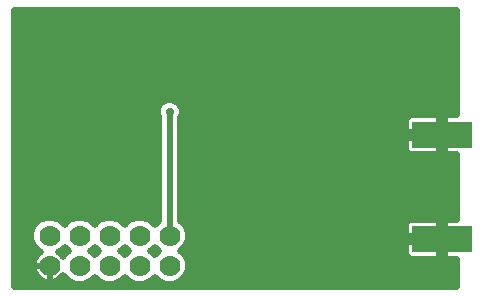
<source format=gbl>
G75*
%MOIN*%
%OFA0B0*%
%FSLAX25Y25*%
%IPPOS*%
%LPD*%
%AMOC8*
5,1,8,0,0,1.08239X$1,22.5*
%
%ADD10C,0.07000*%
%ADD11R,0.20000X0.09000*%
%ADD12C,0.01969*%
%ADD13C,0.02781*%
D10*
X0018677Y0045000D03*
X0028677Y0045000D03*
X0038677Y0045000D03*
X0048677Y0045000D03*
X0058677Y0045000D03*
X0058677Y0055000D03*
X0048677Y0055000D03*
X0038677Y0055000D03*
X0028677Y0055000D03*
X0018677Y0055000D03*
D11*
X0149365Y0053850D03*
X0149365Y0088650D03*
D12*
X0006968Y0130331D02*
X0006968Y0037937D01*
X0154480Y0037937D01*
X0154480Y0047366D01*
X0150349Y0047366D01*
X0150349Y0052866D01*
X0148380Y0052866D01*
X0137380Y0052866D01*
X0137380Y0049089D01*
X0137516Y0048584D01*
X0137777Y0048132D01*
X0138146Y0047762D01*
X0138599Y0047501D01*
X0139103Y0047366D01*
X0148380Y0047366D01*
X0148380Y0052866D01*
X0148380Y0054834D01*
X0137380Y0054834D01*
X0137380Y0058611D01*
X0137516Y0059116D01*
X0137777Y0059568D01*
X0138146Y0059938D01*
X0138599Y0060199D01*
X0139103Y0060334D01*
X0148380Y0060334D01*
X0148380Y0054834D01*
X0150349Y0054834D01*
X0150349Y0060334D01*
X0154480Y0060334D01*
X0154480Y0082166D01*
X0150349Y0082166D01*
X0150349Y0087666D01*
X0148380Y0087666D01*
X0137380Y0087666D01*
X0137380Y0083889D01*
X0137516Y0083384D01*
X0137777Y0082932D01*
X0138146Y0082562D01*
X0138599Y0082301D01*
X0139103Y0082166D01*
X0148380Y0082166D01*
X0148380Y0087666D01*
X0148380Y0089634D01*
X0137380Y0089634D01*
X0137380Y0093411D01*
X0137516Y0093916D01*
X0137777Y0094368D01*
X0138146Y0094738D01*
X0138599Y0094999D01*
X0139103Y0095134D01*
X0148380Y0095134D01*
X0148380Y0089634D01*
X0150349Y0089634D01*
X0150349Y0095134D01*
X0154480Y0095134D01*
X0154480Y0130331D01*
X0006968Y0130331D01*
X0006968Y0129386D02*
X0154480Y0129386D01*
X0154480Y0127419D02*
X0006968Y0127419D01*
X0006968Y0125452D02*
X0154480Y0125452D01*
X0154480Y0123485D02*
X0006968Y0123485D01*
X0006968Y0121518D02*
X0154480Y0121518D01*
X0154480Y0119551D02*
X0006968Y0119551D01*
X0006968Y0117584D02*
X0154480Y0117584D01*
X0154480Y0115617D02*
X0006968Y0115617D01*
X0006968Y0113650D02*
X0154480Y0113650D01*
X0154480Y0111683D02*
X0006968Y0111683D01*
X0006968Y0109716D02*
X0154480Y0109716D01*
X0154480Y0107749D02*
X0006968Y0107749D01*
X0006968Y0105782D02*
X0154480Y0105782D01*
X0154480Y0103815D02*
X0006968Y0103815D01*
X0006968Y0101848D02*
X0154480Y0101848D01*
X0154480Y0099880D02*
X0060299Y0099880D01*
X0060929Y0099620D02*
X0059468Y0100225D01*
X0057887Y0100225D01*
X0056426Y0099620D01*
X0055307Y0098502D01*
X0054702Y0097041D01*
X0054702Y0095459D01*
X0055109Y0094478D01*
X0055109Y0060036D01*
X0053677Y0058604D01*
X0052124Y0060158D01*
X0049887Y0061084D01*
X0047467Y0061084D01*
X0045231Y0060158D01*
X0043677Y0058604D01*
X0042124Y0060158D01*
X0039887Y0061084D01*
X0037467Y0061084D01*
X0035231Y0060158D01*
X0033677Y0058604D01*
X0032124Y0060158D01*
X0029887Y0061084D01*
X0027467Y0061084D01*
X0025231Y0060158D01*
X0023677Y0058604D01*
X0022124Y0060158D01*
X0019887Y0061084D01*
X0017467Y0061084D01*
X0015231Y0060158D01*
X0013519Y0058446D01*
X0012593Y0056210D01*
X0012593Y0053790D01*
X0013519Y0051554D01*
X0015231Y0049842D01*
X0015728Y0049636D01*
X0015104Y0049183D01*
X0014494Y0048573D01*
X0013987Y0047874D01*
X0013595Y0047105D01*
X0013328Y0046284D01*
X0013193Y0045432D01*
X0013193Y0045016D01*
X0018661Y0045016D01*
X0018661Y0044984D01*
X0013193Y0044984D01*
X0013193Y0044568D01*
X0013328Y0043716D01*
X0013595Y0042895D01*
X0013987Y0042126D01*
X0014494Y0041427D01*
X0015104Y0040817D01*
X0015803Y0040309D01*
X0016572Y0039918D01*
X0017393Y0039651D01*
X0018246Y0039516D01*
X0018661Y0039516D01*
X0018661Y0044984D01*
X0018693Y0044984D01*
X0018693Y0039516D01*
X0019109Y0039516D01*
X0019961Y0039651D01*
X0020782Y0039918D01*
X0021552Y0040309D01*
X0022250Y0040817D01*
X0022860Y0041427D01*
X0023313Y0042051D01*
X0023519Y0041554D01*
X0025231Y0039842D01*
X0027467Y0038916D01*
X0029887Y0038916D01*
X0032124Y0039842D01*
X0033677Y0041396D01*
X0035231Y0039842D01*
X0037467Y0038916D01*
X0039887Y0038916D01*
X0042124Y0039842D01*
X0043677Y0041396D01*
X0045231Y0039842D01*
X0047467Y0038916D01*
X0049887Y0038916D01*
X0052124Y0039842D01*
X0053677Y0041396D01*
X0055231Y0039842D01*
X0057467Y0038916D01*
X0059887Y0038916D01*
X0062124Y0039842D01*
X0063835Y0041554D01*
X0064761Y0043790D01*
X0064761Y0046210D01*
X0063835Y0048446D01*
X0062282Y0050000D01*
X0063835Y0051554D01*
X0064761Y0053790D01*
X0064761Y0056210D01*
X0063835Y0058446D01*
X0062246Y0060036D01*
X0062246Y0094478D01*
X0062652Y0095459D01*
X0062652Y0097041D01*
X0062047Y0098502D01*
X0060929Y0099620D01*
X0062290Y0097913D02*
X0154480Y0097913D01*
X0154480Y0095946D02*
X0062652Y0095946D01*
X0062246Y0093979D02*
X0137552Y0093979D01*
X0137380Y0092012D02*
X0062246Y0092012D01*
X0062246Y0090045D02*
X0137380Y0090045D01*
X0137380Y0086111D02*
X0062246Y0086111D01*
X0062246Y0084144D02*
X0137380Y0084144D01*
X0139060Y0082177D02*
X0062246Y0082177D01*
X0062246Y0080210D02*
X0154480Y0080210D01*
X0154480Y0078243D02*
X0062246Y0078243D01*
X0062246Y0076276D02*
X0154480Y0076276D01*
X0154480Y0074309D02*
X0062246Y0074309D01*
X0062246Y0072342D02*
X0154480Y0072342D01*
X0154480Y0070375D02*
X0062246Y0070375D01*
X0062246Y0068408D02*
X0154480Y0068408D01*
X0154480Y0066441D02*
X0062246Y0066441D01*
X0062246Y0064474D02*
X0154480Y0064474D01*
X0154480Y0062507D02*
X0062246Y0062507D01*
X0062246Y0060540D02*
X0154480Y0060540D01*
X0150349Y0058573D02*
X0148380Y0058573D01*
X0148380Y0056606D02*
X0150349Y0056606D01*
X0148380Y0054639D02*
X0064761Y0054639D01*
X0064298Y0052672D02*
X0137380Y0052672D01*
X0137380Y0050705D02*
X0062987Y0050705D01*
X0063543Y0048738D02*
X0137474Y0048738D01*
X0148380Y0048738D02*
X0150349Y0048738D01*
X0150349Y0050705D02*
X0148380Y0050705D01*
X0148380Y0052672D02*
X0150349Y0052672D01*
X0154480Y0046771D02*
X0064529Y0046771D01*
X0064761Y0044804D02*
X0154480Y0044804D01*
X0154480Y0042837D02*
X0064367Y0042837D01*
X0063152Y0040870D02*
X0154480Y0040870D01*
X0154480Y0038903D02*
X0006968Y0038903D01*
X0006968Y0040870D02*
X0015051Y0040870D01*
X0013624Y0042837D02*
X0006968Y0042837D01*
X0006968Y0044804D02*
X0013193Y0044804D01*
X0013486Y0046771D02*
X0006968Y0046771D01*
X0006968Y0048738D02*
X0014659Y0048738D01*
X0014368Y0050705D02*
X0006968Y0050705D01*
X0006968Y0052672D02*
X0013056Y0052672D01*
X0012593Y0054639D02*
X0006968Y0054639D01*
X0006968Y0056606D02*
X0012757Y0056606D01*
X0013646Y0058573D02*
X0006968Y0058573D01*
X0006968Y0060540D02*
X0016153Y0060540D01*
X0021201Y0060540D02*
X0026153Y0060540D01*
X0031201Y0060540D02*
X0036153Y0060540D01*
X0041201Y0060540D02*
X0046153Y0060540D01*
X0051201Y0060540D02*
X0055109Y0060540D01*
X0055109Y0062507D02*
X0006968Y0062507D01*
X0006968Y0064474D02*
X0055109Y0064474D01*
X0055109Y0066441D02*
X0006968Y0066441D01*
X0006968Y0068408D02*
X0055109Y0068408D01*
X0055109Y0070375D02*
X0006968Y0070375D01*
X0006968Y0072342D02*
X0055109Y0072342D01*
X0055109Y0074309D02*
X0006968Y0074309D01*
X0006968Y0076276D02*
X0055109Y0076276D01*
X0055109Y0078243D02*
X0006968Y0078243D01*
X0006968Y0080210D02*
X0055109Y0080210D01*
X0055109Y0082177D02*
X0006968Y0082177D01*
X0006968Y0084144D02*
X0055109Y0084144D01*
X0055109Y0086111D02*
X0006968Y0086111D01*
X0006968Y0088078D02*
X0055109Y0088078D01*
X0055109Y0090045D02*
X0006968Y0090045D01*
X0006968Y0092012D02*
X0055109Y0092012D01*
X0055109Y0093979D02*
X0006968Y0093979D01*
X0006968Y0095946D02*
X0054702Y0095946D01*
X0055064Y0097913D02*
X0006968Y0097913D01*
X0006968Y0099880D02*
X0057055Y0099880D01*
X0058677Y0096250D02*
X0058677Y0055000D01*
X0064597Y0056606D02*
X0137380Y0056606D01*
X0137380Y0058573D02*
X0063708Y0058573D01*
X0055073Y0050000D02*
X0053677Y0051396D01*
X0052282Y0050000D01*
X0053677Y0048604D01*
X0055073Y0050000D01*
X0054368Y0050705D02*
X0052987Y0050705D01*
X0053543Y0048738D02*
X0053811Y0048738D01*
X0045073Y0050000D02*
X0043677Y0048604D01*
X0042282Y0050000D01*
X0043677Y0051396D01*
X0045073Y0050000D01*
X0044368Y0050705D02*
X0042987Y0050705D01*
X0043543Y0048738D02*
X0043811Y0048738D01*
X0035073Y0050000D02*
X0033677Y0048604D01*
X0032282Y0050000D01*
X0033677Y0051396D01*
X0035073Y0050000D01*
X0034368Y0050705D02*
X0032987Y0050705D01*
X0033543Y0048738D02*
X0033811Y0048738D01*
X0025073Y0050000D02*
X0023677Y0051396D01*
X0022124Y0049842D01*
X0021626Y0049636D01*
X0022250Y0049183D01*
X0022860Y0048573D01*
X0023313Y0047949D01*
X0023519Y0048446D01*
X0025073Y0050000D01*
X0024368Y0050705D02*
X0022987Y0050705D01*
X0022695Y0048738D02*
X0023811Y0048738D01*
X0018693Y0044804D02*
X0018661Y0044804D01*
X0018661Y0042837D02*
X0018693Y0042837D01*
X0018661Y0040870D02*
X0018693Y0040870D01*
X0022303Y0040870D02*
X0024203Y0040870D01*
X0033152Y0040870D02*
X0034203Y0040870D01*
X0043152Y0040870D02*
X0044203Y0040870D01*
X0053152Y0040870D02*
X0054203Y0040870D01*
X0062246Y0088078D02*
X0148380Y0088078D01*
X0148380Y0090045D02*
X0150349Y0090045D01*
X0150349Y0092012D02*
X0148380Y0092012D01*
X0148380Y0093979D02*
X0150349Y0093979D01*
X0150349Y0086111D02*
X0148380Y0086111D01*
X0148380Y0084144D02*
X0150349Y0084144D01*
X0150349Y0082177D02*
X0148380Y0082177D01*
D13*
X0149484Y0080315D03*
X0145734Y0080315D03*
X0141984Y0080315D03*
X0138234Y0080315D03*
X0135734Y0082815D03*
X0135734Y0086565D03*
X0135734Y0090315D03*
X0135734Y0094065D03*
X0138234Y0096565D03*
X0141984Y0096565D03*
X0145734Y0096565D03*
X0149484Y0096565D03*
X0153234Y0096565D03*
X0153234Y0080315D03*
X0135734Y0076565D03*
X0131984Y0077815D03*
X0128234Y0077815D03*
X0126984Y0087815D03*
X0119484Y0094065D03*
X0110734Y0087815D03*
X0101984Y0094065D03*
X0093234Y0087815D03*
X0085734Y0089065D03*
X0075734Y0089065D03*
X0073234Y0097815D03*
X0073234Y0104065D03*
X0066984Y0104065D03*
X0061984Y0104065D03*
X0058677Y0096250D03*
X0043234Y0091565D03*
X0038234Y0091565D03*
X0038234Y0087815D03*
X0044484Y0081565D03*
X0047734Y0078565D03*
X0050734Y0081565D03*
X0050734Y0075565D03*
X0044484Y0075565D03*
X0027984Y0087815D03*
X0022734Y0083565D03*
X0016484Y0077815D03*
X0011484Y0072815D03*
X0011484Y0064815D03*
X0010984Y0057815D03*
X0010984Y0051565D03*
X0010734Y0045315D03*
X0010734Y0039065D03*
X0065734Y0064065D03*
X0073234Y0064065D03*
X0081984Y0064065D03*
X0090734Y0064065D03*
X0096984Y0056565D03*
X0100734Y0064065D03*
X0110734Y0064065D03*
X0120734Y0064065D03*
X0121984Y0055315D03*
X0129484Y0055315D03*
X0135734Y0055315D03*
X0135734Y0051565D03*
X0135734Y0047815D03*
X0138234Y0045315D03*
X0141984Y0045315D03*
X0145734Y0045315D03*
X0149484Y0045315D03*
X0153234Y0045315D03*
X0153234Y0061565D03*
X0149484Y0061565D03*
X0145734Y0061565D03*
X0141984Y0061565D03*
X0138234Y0061565D03*
X0110862Y0078563D03*
X0093234Y0079065D03*
X0069484Y0049065D03*
X0069484Y0041565D03*
X0089484Y0041565D03*
X0096984Y0041565D03*
X0096984Y0047815D03*
X0038234Y0097815D03*
X0038234Y0102815D03*
X0043234Y0102815D03*
M02*

</source>
